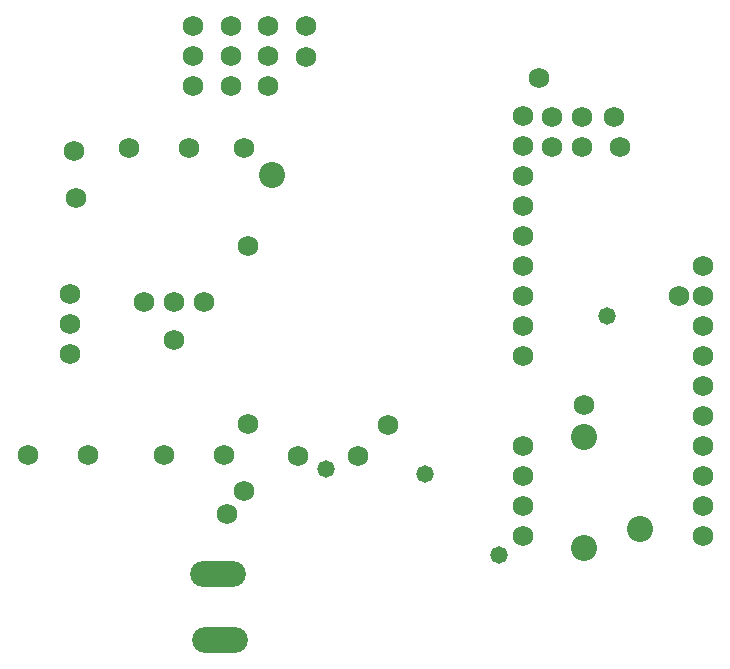
<source format=gbr>
%FSDAX44Y44*%
%MOMM*%
%SFA1B1*%

%IPPOS*%
%ADD29C,1.727197*%
%ADD30C,1.473197*%
%ADD31C,2.203196*%
%ADD32O,4.703191X2.203196*%
%LNpcb1_soldermask_bot-1*%
%LPD*%
G54D29*
X01075400Y00813963D03*
X01176401Y00702564D03*
X00640334Y00907288D03*
X00740791Y01030859D03*
X00640334Y00856488D03*
Y00881888D03*
X01156081Y00905764D03*
X01100784Y01057402D03*
X00840105Y01108583D03*
X00840486Y01134364D03*
X01105662Y01032129D03*
X01037400Y01090463D03*
X00728293Y00868680D03*
X00776351Y01134745D03*
Y01109345D03*
Y01083945D03*
X00808355Y01134618D03*
Y01109218D03*
Y01083818D03*
X00728293Y00900581D03*
X00702893D03*
X00744474Y01134618D03*
Y01109218D03*
Y01083818D03*
X01176401Y00753364D03*
Y00804164D03*
Y00829564D03*
Y00854964D03*
Y00880364D03*
Y00905764D03*
X01024001D03*
Y00880364D03*
Y00854964D03*
Y00778764D03*
Y00753364D03*
Y00727964D03*
Y00702564D03*
Y00931164D03*
Y00956564D03*
Y00981964D03*
Y01007364D03*
Y01032764D03*
Y01058164D03*
X01176401Y00931164D03*
Y00778764D03*
X00689991Y01030859D03*
X00719963Y00771017D03*
X01073785Y01057910D03*
Y01032510D03*
X01048385Y01057910D03*
Y01032510D03*
X00643890Y01028700D03*
X00645160Y00989330D03*
X00909955Y00796798D03*
X00787400Y00741045D03*
X00773430Y00721614D03*
X00753693Y00900581D03*
X01176401Y00727964D03*
X00884047Y00770890D03*
X00833247D03*
X00770763Y00771017D03*
X00655320D03*
X00604520D03*
X00790920Y00797453D03*
X00787400Y01030963D03*
X00791210Y00948690D03*
G54D30*
X00857250Y00759460D03*
X01094740Y00889000D03*
X01003300Y00687070D03*
X00941070Y00755650D03*
G54D31*
X01122680Y00708660D03*
X01075835Y00786293D03*
Y00692293D03*
X00811530Y01008380D03*
G54D32*
X00765810Y00670560D03*
X00767080Y00614680D03*
M02*
</source>
